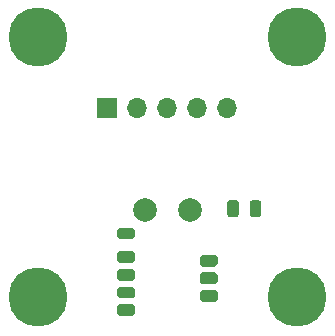
<source format=gbr>
%TF.GenerationSoftware,KiCad,Pcbnew,(5.1.8)-1*%
%TF.CreationDate,2021-03-21T23:47:40-07:00*%
%TF.ProjectId,rls2hd-bob,726c7332-6864-42d6-926f-622e6b696361,rev?*%
%TF.SameCoordinates,Original*%
%TF.FileFunction,Soldermask,Top*%
%TF.FilePolarity,Negative*%
%FSLAX46Y46*%
G04 Gerber Fmt 4.6, Leading zero omitted, Abs format (unit mm)*
G04 Created by KiCad (PCBNEW (5.1.8)-1) date 2021-03-21 23:47:40*
%MOMM*%
%LPD*%
G01*
G04 APERTURE LIST*
%ADD10C,2.000000*%
%ADD11O,1.700000X1.700000*%
%ADD12R,1.700000X1.700000*%
%ADD13C,0.800000*%
%ADD14C,5.000000*%
G04 APERTURE END LIST*
%TO.C,C1*%
G36*
G01*
X106050000Y-88025000D02*
X106050000Y-88975000D01*
G75*
G02*
X105800000Y-89225000I-250000J0D01*
G01*
X105300000Y-89225000D01*
G75*
G02*
X105050000Y-88975000I0J250000D01*
G01*
X105050000Y-88025000D01*
G75*
G02*
X105300000Y-87775000I250000J0D01*
G01*
X105800000Y-87775000D01*
G75*
G02*
X106050000Y-88025000I0J-250000D01*
G01*
G37*
G36*
G01*
X107950000Y-88025000D02*
X107950000Y-88975000D01*
G75*
G02*
X107700000Y-89225000I-250000J0D01*
G01*
X107200000Y-89225000D01*
G75*
G02*
X106950000Y-88975000I0J250000D01*
G01*
X106950000Y-88025000D01*
G75*
G02*
X107200000Y-87775000I250000J0D01*
G01*
X107700000Y-87775000D01*
G75*
G02*
X107950000Y-88025000I0J-250000D01*
G01*
G37*
%TD*%
D10*
%TO.C,U1*%
X101900000Y-88600000D03*
X98100000Y-88600000D03*
G36*
G01*
X97250000Y-90300000D02*
X97250000Y-90900000D01*
G75*
G02*
X97050000Y-91100000I-200000J0D01*
G01*
X95950000Y-91100000D01*
G75*
G02*
X95750000Y-90900000I0J200000D01*
G01*
X95750000Y-90300000D01*
G75*
G02*
X95950000Y-90100000I200000J0D01*
G01*
X97050000Y-90100000D01*
G75*
G02*
X97250000Y-90300000I0J-200000D01*
G01*
G37*
G36*
G01*
X97250000Y-96800000D02*
X97250000Y-97400000D01*
G75*
G02*
X97050000Y-97600000I-200000J0D01*
G01*
X95950000Y-97600000D01*
G75*
G02*
X95750000Y-97400000I0J200000D01*
G01*
X95750000Y-96800000D01*
G75*
G02*
X95950000Y-96600000I200000J0D01*
G01*
X97050000Y-96600000D01*
G75*
G02*
X97250000Y-96800000I0J-200000D01*
G01*
G37*
G36*
G01*
X97250000Y-95300000D02*
X97250000Y-95900000D01*
G75*
G02*
X97050000Y-96100000I-200000J0D01*
G01*
X95950000Y-96100000D01*
G75*
G02*
X95750000Y-95900000I0J200000D01*
G01*
X95750000Y-95300000D01*
G75*
G02*
X95950000Y-95100000I200000J0D01*
G01*
X97050000Y-95100000D01*
G75*
G02*
X97250000Y-95300000I0J-200000D01*
G01*
G37*
G36*
G01*
X97250000Y-93800000D02*
X97250000Y-94400000D01*
G75*
G02*
X97050000Y-94600000I-200000J0D01*
G01*
X95950000Y-94600000D01*
G75*
G02*
X95750000Y-94400000I0J200000D01*
G01*
X95750000Y-93800000D01*
G75*
G02*
X95950000Y-93600000I200000J0D01*
G01*
X97050000Y-93600000D01*
G75*
G02*
X97250000Y-93800000I0J-200000D01*
G01*
G37*
G36*
G01*
X97250000Y-92300000D02*
X97250000Y-92900000D01*
G75*
G02*
X97050000Y-93100000I-200000J0D01*
G01*
X95950000Y-93100000D01*
G75*
G02*
X95750000Y-92900000I0J200000D01*
G01*
X95750000Y-92300000D01*
G75*
G02*
X95950000Y-92100000I200000J0D01*
G01*
X97050000Y-92100000D01*
G75*
G02*
X97250000Y-92300000I0J-200000D01*
G01*
G37*
G36*
G01*
X104250000Y-95600000D02*
X104250000Y-96200000D01*
G75*
G02*
X104050000Y-96400000I-200000J0D01*
G01*
X102950000Y-96400000D01*
G75*
G02*
X102750000Y-96200000I0J200000D01*
G01*
X102750000Y-95600000D01*
G75*
G02*
X102950000Y-95400000I200000J0D01*
G01*
X104050000Y-95400000D01*
G75*
G02*
X104250000Y-95600000I0J-200000D01*
G01*
G37*
G36*
G01*
X104250000Y-94100000D02*
X104250000Y-94700000D01*
G75*
G02*
X104050000Y-94900000I-200000J0D01*
G01*
X102950000Y-94900000D01*
G75*
G02*
X102750000Y-94700000I0J200000D01*
G01*
X102750000Y-94100000D01*
G75*
G02*
X102950000Y-93900000I200000J0D01*
G01*
X104050000Y-93900000D01*
G75*
G02*
X104250000Y-94100000I0J-200000D01*
G01*
G37*
G36*
G01*
X104250000Y-92600000D02*
X104250000Y-93200000D01*
G75*
G02*
X104050000Y-93400000I-200000J0D01*
G01*
X102950000Y-93400000D01*
G75*
G02*
X102750000Y-93200000I0J200000D01*
G01*
X102750000Y-92600000D01*
G75*
G02*
X102950000Y-92400000I200000J0D01*
G01*
X104050000Y-92400000D01*
G75*
G02*
X104250000Y-92600000I0J-200000D01*
G01*
G37*
%TD*%
D11*
%TO.C,J1*%
X105080000Y-80000000D03*
X102540000Y-80000000D03*
X100000000Y-80000000D03*
X97460000Y-80000000D03*
D12*
X94920000Y-80000000D03*
%TD*%
D13*
X96500000Y-90600000D03*
X96500000Y-92600000D03*
D14*
X111000000Y-74000000D03*
X111000000Y-96000000D03*
X89000000Y-96000000D03*
X89000000Y-74000000D03*
M02*

</source>
